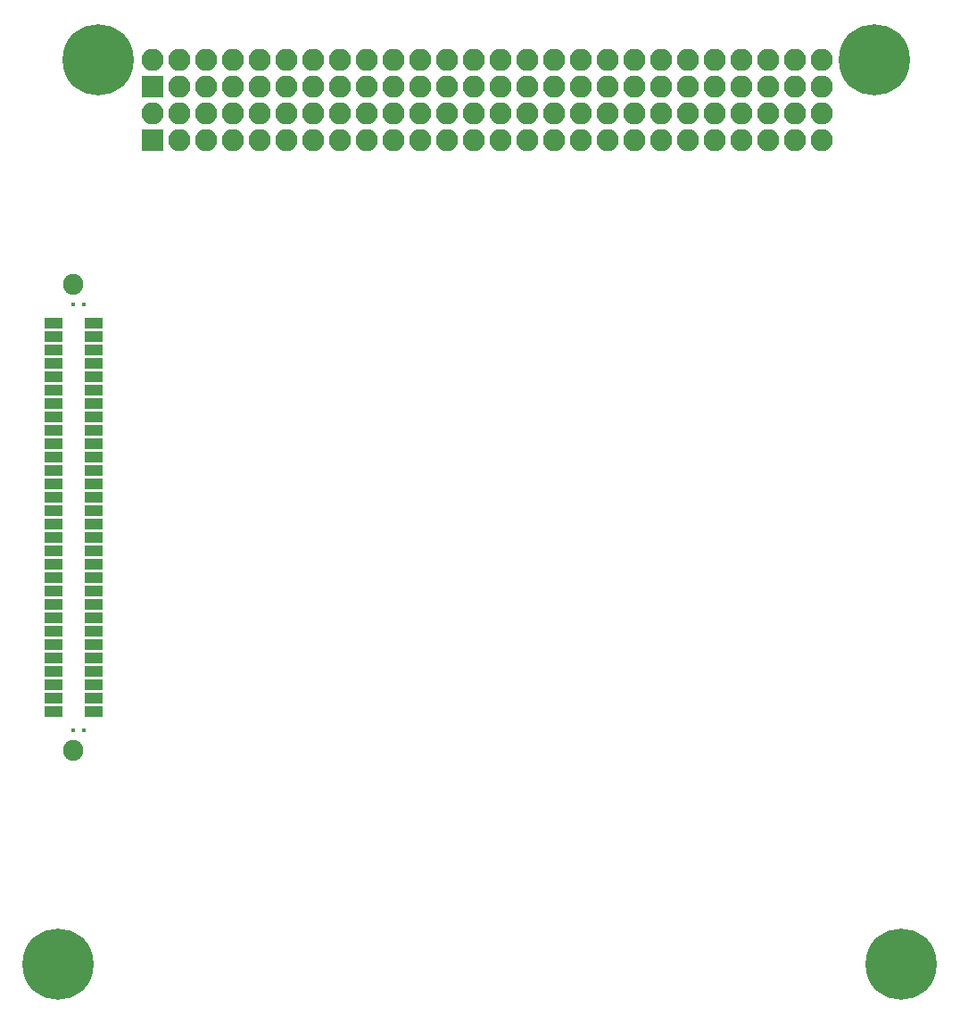
<source format=gbr>
G04 #@! TF.GenerationSoftware,KiCad,Pcbnew,5.0.0*
G04 #@! TF.CreationDate,2018-07-31T16:36:44-05:00*
G04 #@! TF.ProjectId,Header_Board,4865616465725F426F6172642E6B6963,rev?*
G04 #@! TF.SameCoordinates,Original*
G04 #@! TF.FileFunction,Soldermask,Bot*
G04 #@! TF.FilePolarity,Negative*
%FSLAX46Y46*%
G04 Gerber Fmt 4.6, Leading zero omitted, Abs format (unit mm)*
G04 Created by KiCad (PCBNEW 5.0.0) date Tue Jul 31 16:36:44 2018*
%MOMM*%
%LPD*%
G01*
G04 APERTURE LIST*
%ADD10C,1.900000*%
%ADD11C,0.400000*%
%ADD12R,1.750000X1.060000*%
%ADD13R,2.100000X2.100000*%
%ADD14O,2.100000X2.100000*%
%ADD15C,6.750000*%
G04 APERTURE END LIST*
D10*
G04 #@! TO.C,P3*
X87782400Y-128983200D03*
X87782400Y-84783200D03*
D11*
X88782400Y-127078200D03*
X87782400Y-86688200D03*
D12*
X85877400Y-125298200D03*
X89687400Y-125298200D03*
X85877400Y-124028200D03*
X89687400Y-124028200D03*
X85877400Y-122758200D03*
X89687400Y-122758200D03*
X85877400Y-121488200D03*
X89687400Y-121488200D03*
X85877400Y-120218200D03*
X89687400Y-120218200D03*
X85877400Y-118948200D03*
X89687400Y-118948200D03*
X85877400Y-117678200D03*
X89687400Y-117678200D03*
X85877400Y-116408200D03*
X89687400Y-116408200D03*
X85877400Y-115138200D03*
X89687400Y-115138200D03*
X85877400Y-113868200D03*
X89687400Y-113868200D03*
X85877400Y-112598200D03*
X89687400Y-112598200D03*
X85877400Y-111328200D03*
X89687400Y-111328200D03*
X85877400Y-110058200D03*
X89687400Y-110058200D03*
X85877400Y-108788200D03*
X89687400Y-108788200D03*
X85877400Y-107518200D03*
X89687400Y-107518200D03*
X85877400Y-106248200D03*
X89687400Y-106248200D03*
X85877400Y-104978200D03*
X89687400Y-104978200D03*
X85877400Y-103708200D03*
X89687400Y-103708200D03*
X85877400Y-102438200D03*
X89687400Y-102438200D03*
X85877400Y-101168200D03*
X89687400Y-101168200D03*
X85877400Y-99898200D03*
X89687400Y-99898200D03*
X85877400Y-98628200D03*
X89687400Y-98628200D03*
X85877400Y-97358200D03*
X89687400Y-97358200D03*
X85877400Y-96088200D03*
X89687400Y-96088200D03*
X85877400Y-94818200D03*
X89687400Y-94818200D03*
X85877400Y-93548200D03*
X89687400Y-93548200D03*
X85877400Y-92278200D03*
X89687400Y-92278200D03*
X85877400Y-91008200D03*
X89687400Y-91008200D03*
X85877400Y-89738200D03*
X89687400Y-89738200D03*
X85877400Y-88468200D03*
X89687400Y-88468200D03*
G04 #@! TD*
D13*
G04 #@! TO.C,P1*
X95257081Y-66040935D03*
D14*
X95257081Y-63500935D03*
X97797081Y-66040935D03*
X97797081Y-63500935D03*
X100337081Y-66040935D03*
X100337081Y-63500935D03*
X102877081Y-66040935D03*
X102877081Y-63500935D03*
X105417081Y-66040935D03*
X105417081Y-63500935D03*
X107957081Y-66040935D03*
X107957081Y-63500935D03*
X110497081Y-66040935D03*
X110497081Y-63500935D03*
X113037081Y-66040935D03*
X113037081Y-63500935D03*
X115577081Y-66040935D03*
X115577081Y-63500935D03*
X118117081Y-66040935D03*
X118117081Y-63500935D03*
X120657081Y-66040935D03*
X120657081Y-63500935D03*
X123197081Y-66040935D03*
X123197081Y-63500935D03*
X125737081Y-66040935D03*
X125737081Y-63500935D03*
X128277081Y-66040935D03*
X128277081Y-63500935D03*
X130817081Y-66040935D03*
X130817081Y-63500935D03*
X133357081Y-66040935D03*
X133357081Y-63500935D03*
X135897081Y-66040935D03*
X135897081Y-63500935D03*
X138437081Y-66040935D03*
X138437081Y-63500935D03*
X140977081Y-66040935D03*
X140977081Y-63500935D03*
X143517081Y-66040935D03*
X143517081Y-63500935D03*
X146057081Y-66040935D03*
X146057081Y-63500935D03*
X148597081Y-66040935D03*
X148597081Y-63500935D03*
X151137081Y-66040935D03*
X151137081Y-63500935D03*
X153677081Y-66040935D03*
X153677081Y-63500935D03*
X156217081Y-66040935D03*
X156217081Y-63500935D03*
X158757081Y-66040935D03*
X158757081Y-63500935D03*
G04 #@! TD*
D13*
G04 #@! TO.C,P2*
X95257081Y-71120935D03*
D14*
X95257081Y-68580935D03*
X97797081Y-71120935D03*
X97797081Y-68580935D03*
X100337081Y-71120935D03*
X100337081Y-68580935D03*
X102877081Y-71120935D03*
X102877081Y-68580935D03*
X105417081Y-71120935D03*
X105417081Y-68580935D03*
X107957081Y-71120935D03*
X107957081Y-68580935D03*
X110497081Y-71120935D03*
X110497081Y-68580935D03*
X113037081Y-71120935D03*
X113037081Y-68580935D03*
X115577081Y-71120935D03*
X115577081Y-68580935D03*
X118117081Y-71120935D03*
X118117081Y-68580935D03*
X120657081Y-71120935D03*
X120657081Y-68580935D03*
X123197081Y-71120935D03*
X123197081Y-68580935D03*
X125737081Y-71120935D03*
X125737081Y-68580935D03*
X128277081Y-71120935D03*
X128277081Y-68580935D03*
X130817081Y-71120935D03*
X130817081Y-68580935D03*
X133357081Y-71120935D03*
X133357081Y-68580935D03*
X135897081Y-71120935D03*
X135897081Y-68580935D03*
X138437081Y-71120935D03*
X138437081Y-68580935D03*
X140977081Y-71120935D03*
X140977081Y-68580935D03*
X143517081Y-71120935D03*
X143517081Y-68580935D03*
X146057081Y-71120935D03*
X146057081Y-68580935D03*
X148597081Y-71120935D03*
X148597081Y-68580935D03*
X151137081Y-71120935D03*
X151137081Y-68580935D03*
X153677081Y-71120935D03*
X153677081Y-68580935D03*
X156217081Y-71120935D03*
X156217081Y-68580935D03*
X158757081Y-71120935D03*
X158757081Y-68580935D03*
G04 #@! TD*
D15*
G04 #@! TO.C,REF\002A\002A*
X90170000Y-63500000D03*
G04 #@! TD*
G04 #@! TO.C,REF\002A\002A*
X163830000Y-63500000D03*
G04 #@! TD*
G04 #@! TO.C,REF\002A\002A*
X86360000Y-149225000D03*
G04 #@! TD*
G04 #@! TO.C,REF\002A\002A*
X166370000Y-149225000D03*
G04 #@! TD*
D11*
G04 #@! TO.C,P3*
X87757000Y-127052800D03*
X88757000Y-86662800D03*
D10*
X87757000Y-128957800D03*
X87757000Y-84757800D03*
G04 #@! TD*
M02*

</source>
